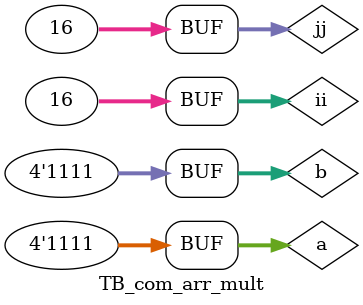
<source format=v>
`timescale 1ns / 1ps
module TB_com_arr_mult ();
    
    
    reg [3:0] a = 0;
    reg [3:0] b = 0;
    wire [7:0]  p;
    
    array_com_mult arr
    (
    .A(a),
    .B(b),
    .P(p)
    );
    integer ii,jj;
    initial begin
        
        for (ii = 0; ii< 16; ii = ii+1) begin
            for (jj = 0; jj< 16; jj = jj+1) begin
                a = ii;
                b = jj;
                #2;
            end
        end
    end
    
endmodule

</source>
